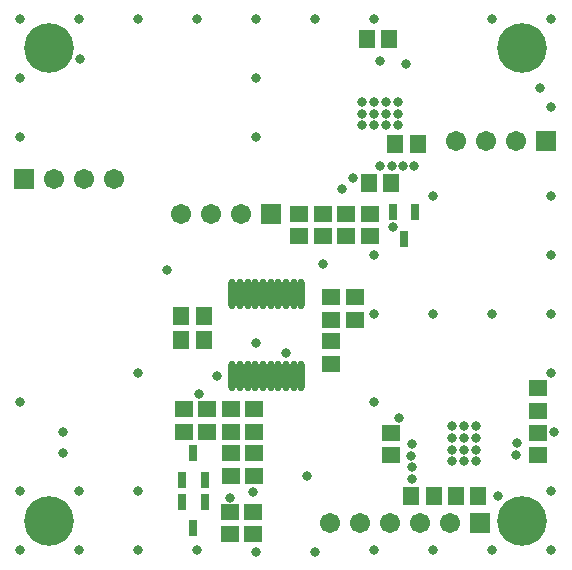
<source format=gbs>
%FSAX44Y44*%
%MOMM*%
G71*
G01*
G75*
G04 Layer_Color=16711935*
%ADD10C,0.1524*%
%ADD11C,0.1524*%
%ADD12C,1.0000*%
%ADD13R,2.8000X1.3500*%
%ADD14R,1.3500X1.2000*%
%ADD15R,1.2000X1.3500*%
%ADD16R,5.5500X4.2500*%
%ADD17R,4.2500X5.5500*%
%ADD18R,2.5000X1.7000*%
%ADD19R,2.4500X2.2500*%
%ADD20R,1.3500X2.8000*%
%ADD21O,1.7000X0.3500*%
%ADD22R,3.0000X4.2000*%
%ADD23R,4.2000X3.0000*%
%ADD24O,0.3500X1.7000*%
%ADD25C,0.2032*%
%ADD26C,4.0000*%
%ADD27C,1.5000*%
%ADD28R,1.5000X1.5000*%
%ADD29C,0.6000*%
%ADD30O,0.4500X2.4000*%
%ADD31R,0.6000X1.1500*%
%ADD32R,4.8067X3.2941*%
%ADD33R,3.1565X4.8934*%
%ADD34R,2.0828X0.6604*%
%ADD35R,1.6764X2.0828*%
%ADD36C,0.2500*%
%ADD37C,0.6000*%
%ADD38C,0.2000*%
%ADD39C,0.4500*%
%ADD40R,3.0032X1.5532*%
%ADD41R,1.5532X1.4032*%
%ADD42R,1.4032X1.5532*%
%ADD43R,5.7532X4.4532*%
%ADD44R,4.4532X5.7532*%
%ADD45R,2.7032X1.9032*%
%ADD46R,2.6532X2.4532*%
%ADD47R,1.5532X3.0032*%
%ADD48O,1.9032X0.5532*%
%ADD49R,3.2032X4.4032*%
%ADD50R,4.4032X3.2032*%
%ADD51O,0.5532X1.9032*%
%ADD52C,4.2032*%
%ADD53C,1.7032*%
%ADD54R,1.7032X1.7032*%
%ADD55C,0.8032*%
%ADD56O,0.6532X2.6032*%
%ADD57R,0.8032X1.3532*%
D41*
X00847598Y00867308D02*
D03*
Y00886308D02*
D03*
X00971296Y00867308D02*
D03*
Y00886308D02*
D03*
Y00923900D02*
D03*
Y00904900D02*
D03*
X00816610Y00982116D02*
D03*
Y01001116D02*
D03*
X00691642Y00906120D02*
D03*
Y00887120D02*
D03*
X00671830Y00887120D02*
D03*
Y00906120D02*
D03*
X00789686Y01052728D02*
D03*
Y01071728D02*
D03*
X00769620Y01071728D02*
D03*
Y01052728D02*
D03*
X00796544Y01001116D02*
D03*
Y00982116D02*
D03*
Y00944778D02*
D03*
Y00963778D02*
D03*
X00731266Y00906120D02*
D03*
Y00887120D02*
D03*
X00711454Y00906120D02*
D03*
Y00887120D02*
D03*
Y00868782D02*
D03*
Y00849782D02*
D03*
X00731266Y00868782D02*
D03*
Y00849782D02*
D03*
X00809498Y01052728D02*
D03*
Y01071728D02*
D03*
X00710946Y00800252D02*
D03*
Y00819252D02*
D03*
X00829564Y01052474D02*
D03*
Y01071474D02*
D03*
X00730758Y00800252D02*
D03*
Y00819252D02*
D03*
D42*
X00901852Y00832358D02*
D03*
X00920852D02*
D03*
X00828446Y01097788D02*
D03*
X00847446D02*
D03*
X00883514Y00832358D02*
D03*
X00864514D02*
D03*
X00850798Y01130554D02*
D03*
X00869798D02*
D03*
X00826668Y01219962D02*
D03*
X00845668D02*
D03*
X00688696Y00984758D02*
D03*
X00669696D02*
D03*
X00688696Y00964692D02*
D03*
X00669696D02*
D03*
D52*
X00558000Y00812000D02*
D03*
X00958000D02*
D03*
Y01212000D02*
D03*
X00558000D02*
D03*
D53*
X00795274Y00810006D02*
D03*
X00820674D02*
D03*
X00846074D02*
D03*
X00871474D02*
D03*
X00896874D02*
D03*
X00561594Y01100836D02*
D03*
X00586994D02*
D03*
X00612394D02*
D03*
X00953008Y01133094D02*
D03*
X00927608D02*
D03*
X00902208D02*
D03*
X00719836Y01071880D02*
D03*
X00694436D02*
D03*
X00669036D02*
D03*
D54*
X00922274Y00810006D02*
D03*
X00536194Y01100836D02*
D03*
X00978408Y01133094D02*
D03*
X00745236Y01071880D02*
D03*
D55*
X00954278Y00877316D02*
D03*
X00864616Y00877062D02*
D03*
X00837692Y01201420D02*
D03*
X00837674Y01112266D02*
D03*
X00864362Y00866902D02*
D03*
X00853948Y00898398D02*
D03*
X00864616Y00856996D02*
D03*
X00937514Y00832358D02*
D03*
X00953160Y00867308D02*
D03*
X00847852Y01112520D02*
D03*
X00814832Y01101852D02*
D03*
X00865124Y00847344D02*
D03*
X00856996Y01112266D02*
D03*
X00866902Y01112520D02*
D03*
X00860298Y01198372D02*
D03*
X00583692Y01202436D02*
D03*
X00657860Y01024128D02*
D03*
X00569316Y00887120D02*
D03*
X00569214Y00869442D02*
D03*
X00711200Y00831342D02*
D03*
X00789686Y01029208D02*
D03*
X00848512Y01060094D02*
D03*
X00685038Y00919480D02*
D03*
X00730758Y00836168D02*
D03*
X00776478Y00849884D02*
D03*
X00757936Y00953516D02*
D03*
X00805688Y01092708D02*
D03*
X00700076Y00934010D02*
D03*
X00909066Y00872062D02*
D03*
X00899066D02*
D03*
X00909066Y00882062D02*
D03*
X00899066D02*
D03*
X00909066Y00892062D02*
D03*
X00899066D02*
D03*
X00919066D02*
D03*
Y00882062D02*
D03*
Y00872062D02*
D03*
Y00862062D02*
D03*
X00899066D02*
D03*
X00909066D02*
D03*
X00852692Y01166462D02*
D03*
X00973074Y01178560D02*
D03*
X00842692Y01166462D02*
D03*
X00852692Y01156462D02*
D03*
Y01146462D02*
D03*
X00842692D02*
D03*
X00832692Y01166462D02*
D03*
X00822692D02*
D03*
Y01146462D02*
D03*
X00832692Y01156462D02*
D03*
X00822692D02*
D03*
X00842692D02*
D03*
X00832692Y01146462D02*
D03*
X00533000Y00787000D02*
D03*
X00583000D02*
D03*
X00633000D02*
D03*
X00683000D02*
D03*
X00733000Y00785604D02*
D03*
X00783000D02*
D03*
X00833000Y00787000D02*
D03*
X00883000D02*
D03*
X00933000D02*
D03*
X00983000D02*
D03*
Y00837000D02*
D03*
Y00937000D02*
D03*
Y00987000D02*
D03*
Y01037000D02*
D03*
Y01087000D02*
D03*
Y01162000D02*
D03*
Y01237000D02*
D03*
X00933000D02*
D03*
X00833000D02*
D03*
X00783000D02*
D03*
X00733000D02*
D03*
X00683000D02*
D03*
X00633000D02*
D03*
X00583000D02*
D03*
X00533000D02*
D03*
Y01187000D02*
D03*
Y01137000D02*
D03*
Y00912000D02*
D03*
Y00837000D02*
D03*
X00583000D02*
D03*
X00633000D02*
D03*
X00833000Y00912000D02*
D03*
X00933000Y00987000D02*
D03*
X00883000D02*
D03*
X00833000D02*
D03*
Y01037000D02*
D03*
X00883000Y01087000D02*
D03*
X00733000Y00962000D02*
D03*
X00633000Y00937000D02*
D03*
X00733000Y01187000D02*
D03*
Y01137000D02*
D03*
X00985400Y00887000D02*
D03*
D56*
X00771184Y00934010D02*
D03*
X00764684D02*
D03*
X00758184D02*
D03*
X00751684D02*
D03*
X00745184D02*
D03*
X00738684D02*
D03*
X00732184D02*
D03*
X00725684D02*
D03*
X00719184D02*
D03*
X00712684D02*
D03*
X00771184Y01004010D02*
D03*
X00764684D02*
D03*
X00758184D02*
D03*
X00751684D02*
D03*
X00745184D02*
D03*
X00738684D02*
D03*
X00732184D02*
D03*
X00725684D02*
D03*
X00719184D02*
D03*
X00712684D02*
D03*
D57*
X00679958Y00869008D02*
D03*
X00670458Y00846508D02*
D03*
X00689458D02*
D03*
X00858012Y01050470D02*
D03*
X00867512Y01072970D02*
D03*
X00848512D02*
D03*
X00679958Y00805360D02*
D03*
X00689458Y00827860D02*
D03*
X00670458D02*
D03*
M02*

</source>
